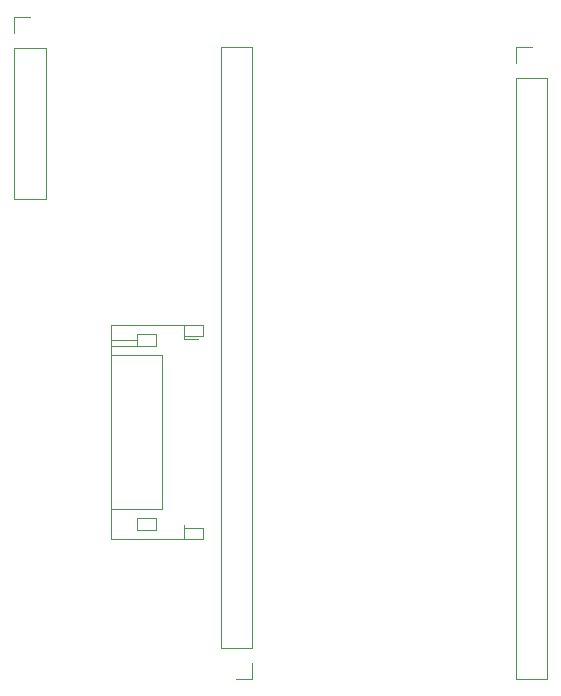
<source format=gbr>
%TF.GenerationSoftware,KiCad,Pcbnew,5.1.10-88a1d61d58~89~ubuntu20.04.1*%
%TF.CreationDate,2021-07-14T19:33:18+02:00*%
%TF.ProjectId,schematic,73636865-6d61-4746-9963-2e6b69636164,rev?*%
%TF.SameCoordinates,Original*%
%TF.FileFunction,Legend,Top*%
%TF.FilePolarity,Positive*%
%FSLAX46Y46*%
G04 Gerber Fmt 4.6, Leading zero omitted, Abs format (unit mm)*
G04 Created by KiCad (PCBNEW 5.1.10-88a1d61d58~89~ubuntu20.04.1) date 2021-07-14 19:33:18*
%MOMM*%
%LPD*%
G01*
G04 APERTURE LIST*
%ADD10C,0.120000*%
G04 APERTURE END LIST*
D10*
%TO.C,J4*%
X105560000Y-93840000D02*
X105560000Y-93560000D01*
X105560000Y-93560000D02*
X107160000Y-93560000D01*
X107160000Y-93560000D02*
X107160000Y-92640000D01*
X107160000Y-92640000D02*
X99340000Y-92640000D01*
X99340000Y-92640000D02*
X99340000Y-110760000D01*
X99340000Y-110760000D02*
X107160000Y-110760000D01*
X107160000Y-110760000D02*
X107160000Y-109840000D01*
X107160000Y-109840000D02*
X105560000Y-109840000D01*
X105560000Y-109840000D02*
X105560000Y-109560000D01*
X99340000Y-95200000D02*
X103700000Y-95200000D01*
X103700000Y-95200000D02*
X103700000Y-108200000D01*
X103700000Y-108200000D02*
X99340000Y-108200000D01*
X105560000Y-92640000D02*
X105560000Y-93560000D01*
X105560000Y-110760000D02*
X105560000Y-109840000D01*
X103200000Y-93400000D02*
X101600000Y-93400000D01*
X101600000Y-93400000D02*
X101600000Y-94400000D01*
X101600000Y-94400000D02*
X103200000Y-94400000D01*
X103200000Y-94400000D02*
X103200000Y-93400000D01*
X103200000Y-110000000D02*
X101600000Y-110000000D01*
X101600000Y-110000000D02*
X101600000Y-109000000D01*
X101600000Y-109000000D02*
X103200000Y-109000000D01*
X103200000Y-109000000D02*
X103200000Y-110000000D01*
X101600000Y-94400000D02*
X99340000Y-94400000D01*
X101600000Y-93900000D02*
X99340000Y-93900000D01*
X105560000Y-93840000D02*
X106775000Y-93840000D01*
%TO.C,J1*%
X133670000Y-122575000D02*
X136330000Y-122575000D01*
X133670000Y-71715000D02*
X133670000Y-122575000D01*
X136330000Y-71715000D02*
X136330000Y-122575000D01*
X133670000Y-71715000D02*
X136330000Y-71715000D01*
X133670000Y-70445000D02*
X133670000Y-69115000D01*
X133670000Y-69115000D02*
X135000000Y-69115000D01*
%TO.C,J2*%
X91170000Y-81930000D02*
X93830000Y-81930000D01*
X91170000Y-69170000D02*
X91170000Y-81930000D01*
X93830000Y-69170000D02*
X93830000Y-81930000D01*
X91170000Y-69170000D02*
X93830000Y-69170000D01*
X91170000Y-67900000D02*
X91170000Y-66570000D01*
X91170000Y-66570000D02*
X92500000Y-66570000D01*
%TO.C,J3*%
X111330000Y-122575000D02*
X110000000Y-122575000D01*
X111330000Y-121245000D02*
X111330000Y-122575000D01*
X111330000Y-119975000D02*
X108670000Y-119975000D01*
X108670000Y-119975000D02*
X108670000Y-69115000D01*
X111330000Y-119975000D02*
X111330000Y-69115000D01*
X111330000Y-69115000D02*
X108670000Y-69115000D01*
%TD*%
M02*

</source>
